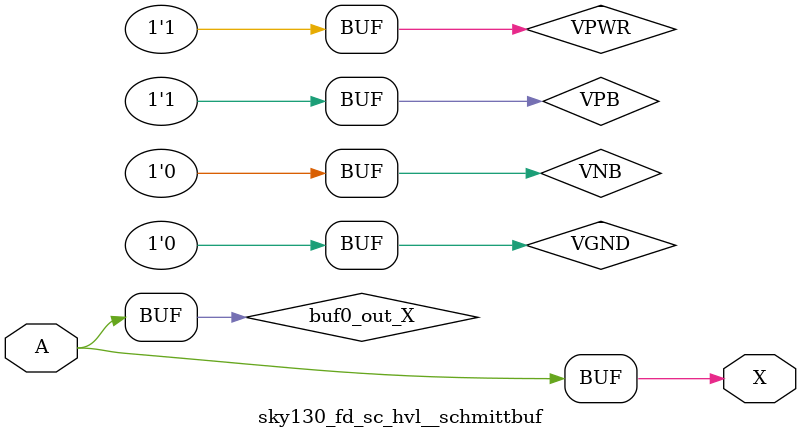
<source format=v>
/*
 * Copyright 2020 The SkyWater PDK Authors
 *
 * Licensed under the Apache License, Version 2.0 (the "License");
 * you may not use this file except in compliance with the License.
 * You may obtain a copy of the License at
 *
 *     https://www.apache.org/licenses/LICENSE-2.0
 *
 * Unless required by applicable law or agreed to in writing, software
 * distributed under the License is distributed on an "AS IS" BASIS,
 * WITHOUT WARRANTIES OR CONDITIONS OF ANY KIND, either express or implied.
 * See the License for the specific language governing permissions and
 * limitations under the License.
 *
 * SPDX-License-Identifier: Apache-2.0
*/


`ifndef SKY130_FD_SC_HVL__SCHMITTBUF_BEHAVIORAL_V
`define SKY130_FD_SC_HVL__SCHMITTBUF_BEHAVIORAL_V

/**
 * schmittbuf: Schmitt Trigger Buffer.
 *
 * Verilog simulation functional model.
 */

`timescale 1ns / 1ps
`default_nettype none

`celldefine
module sky130_fd_sc_hvl__schmittbuf (
    X,
    A
);

    // Module ports
    output X;
    input  A;

    // Module supplies
    supply1 VPWR;
    supply0 VGND;
    supply1 VPB ;
    supply0 VNB ;

    // Local signals
    wire buf0_out_X;

    //  Name  Output      Other arguments
    buf buf0 (buf0_out_X, A              );
    buf buf1 (X         , buf0_out_X     );

endmodule
`endcelldefine

`default_nettype wire
`endif  // SKY130_FD_SC_HVL__SCHMITTBUF_BEHAVIORAL_V
</source>
